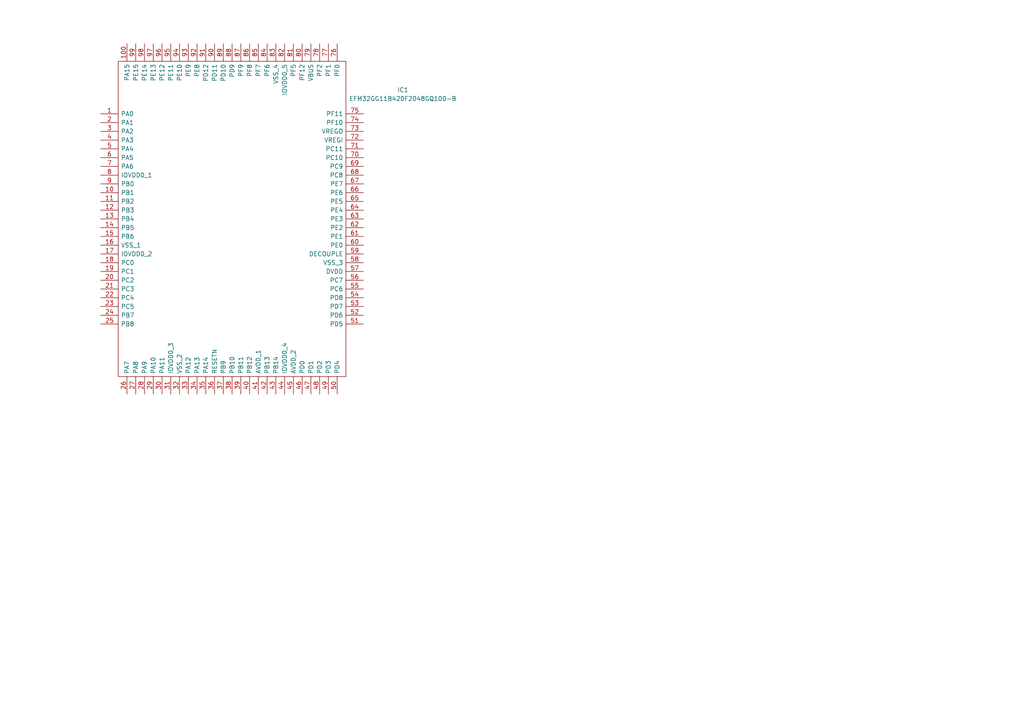
<source format=kicad_sch>
(kicad_sch (version 20230121) (generator eeschema)
  (paper "A4")
  (lib_symbols
    (symbol "EFM32:EFM32GG11B420F2048GQ100-B" (pin_names (offset 0.762))
      (property "Reference" "IC" (at 73.66 -66.04 0))
      (property "Value" "EFM32GG11B420F2048GQ100-B" (at 73.66 -68.58 0))
      (symbol "EFM32GG11B420F2048GQ100-B_0_0"
        (pin passive line (at 0 0 0) (length 5.08) (name "PA0") (number "1"))
        (pin passive line (at 0 -22.86 0) (length 5.08) (name "PB1") (number "10"))
        (pin passive line (at 7.62 20.32 270) (length 5.08) (name "PA15") (number "100"))
        (pin passive line (at 0 -25.4 0) (length 5.08) (name "PB2") (number "11"))
        (pin passive line (at 0 -27.94 0) (length 5.08) (name "PB3") (number "12"))
        (pin passive line (at 0 -30.48 0) (length 5.08) (name "PB4") (number "13"))
        (pin passive line (at 0 -33.02 0) (length 5.08) (name "PB5") (number "14"))
        (pin passive line (at 0 -35.56 0) (length 5.08) (name "PB6") (number "15"))
        (pin passive line (at 0 -38.1 0) (length 5.08) (name "VSS_1") (number "16"))
        (pin passive line (at 0 -40.64 0) (length 5.08) (name "IOVDD0_2") (number "17"))
        (pin passive line (at 0 -43.18 0) (length 5.08) (name "PC0") (number "18"))
        (pin passive line (at 0 -45.72 0) (length 5.08) (name "PC1") (number "19"))
        (pin passive line (at 0 -2.54 0) (length 5.08) (name "PA1") (number "2"))
        (pin passive line (at 0 -48.26 0) (length 5.08) (name "PC2") (number "20"))
        (pin passive line (at 0 -50.8 0) (length 5.08) (name "PC3") (number "21"))
        (pin passive line (at 0 -53.34 0) (length 5.08) (name "PC4") (number "22"))
        (pin passive line (at 0 -55.88 0) (length 5.08) (name "PC5") (number "23"))
        (pin passive line (at 0 -58.42 0) (length 5.08) (name "PB7") (number "24"))
        (pin passive line (at 0 -60.96 0) (length 5.08) (name "PB8") (number "25"))
        (pin passive line (at 7.62 -81.28 90) (length 5.08) (name "PA7") (number "26"))
        (pin passive line (at 10.16 -81.28 90) (length 5.08) (name "PA8") (number "27"))
        (pin passive line (at 12.7 -81.28 90) (length 5.08) (name "PA9") (number "28"))
        (pin passive line (at 15.24 -81.28 90) (length 5.08) (name "PA10") (number "29"))
        (pin passive line (at 0 -5.08 0) (length 5.08) (name "PA2") (number "3"))
        (pin passive line (at 17.78 -81.28 90) (length 5.08) (name "PA11") (number "30"))
        (pin passive line (at 20.32 -81.28 90) (length 5.08) (name "IOVDD0_3") (number "31"))
        (pin passive line (at 22.86 -81.28 90) (length 5.08) (name "VSS_2") (number "32"))
        (pin passive line (at 25.4 -81.28 90) (length 5.08) (name "PA12") (number "33"))
        (pin passive line (at 27.94 -81.28 90) (length 5.08) (name "PA13") (number "34"))
        (pin passive line (at 30.48 -81.28 90) (length 5.08) (name "PA14") (number "35"))
        (pin passive line (at 33.02 -81.28 90) (length 5.08) (name "RESETN") (number "36"))
        (pin passive line (at 35.56 -81.28 90) (length 5.08) (name "PB9") (number "37"))
        (pin passive line (at 38.1 -81.28 90) (length 5.08) (name "PB10") (number "38"))
        (pin passive line (at 40.64 -81.28 90) (length 5.08) (name "PB11") (number "39"))
        (pin passive line (at 0 -7.62 0) (length 5.08) (name "PA3") (number "4"))
        (pin passive line (at 43.18 -81.28 90) (length 5.08) (name "PB12") (number "40"))
        (pin passive line (at 45.72 -81.28 90) (length 5.08) (name "AVDD_1") (number "41"))
        (pin passive line (at 48.26 -81.28 90) (length 5.08) (name "PB13") (number "42"))
        (pin passive line (at 50.8 -81.28 90) (length 5.08) (name "PB14") (number "43"))
        (pin passive line (at 53.34 -81.28 90) (length 5.08) (name "IOVDD0_4") (number "44"))
        (pin passive line (at 55.88 -81.28 90) (length 5.08) (name "AVDD_2") (number "45"))
        (pin passive line (at 58.42 -81.28 90) (length 5.08) (name "PD0") (number "46"))
        (pin passive line (at 60.96 -81.28 90) (length 5.08) (name "PD1") (number "47"))
        (pin passive line (at 63.5 -81.28 90) (length 5.08) (name "PD2") (number "48"))
        (pin passive line (at 66.04 -81.28 90) (length 5.08) (name "PD3") (number "49"))
        (pin passive line (at 0 -10.16 0) (length 5.08) (name "PA4") (number "5"))
        (pin passive line (at 68.58 -81.28 90) (length 5.08) (name "PD4") (number "50"))
        (pin passive line (at 76.2 -60.96 180) (length 5.08) (name "PD5") (number "51"))
        (pin passive line (at 76.2 -58.42 180) (length 5.08) (name "PD6") (number "52"))
        (pin passive line (at 76.2 -55.88 180) (length 5.08) (name "PD7") (number "53"))
        (pin passive line (at 76.2 -53.34 180) (length 5.08) (name "PD8") (number "54"))
        (pin passive line (at 76.2 -50.8 180) (length 5.08) (name "PC6") (number "55"))
        (pin passive line (at 76.2 -48.26 180) (length 5.08) (name "PC7") (number "56"))
        (pin passive line (at 76.2 -45.72 180) (length 5.08) (name "DVDD") (number "57"))
        (pin passive line (at 76.2 -43.18 180) (length 5.08) (name "VSS_3") (number "58"))
        (pin passive line (at 76.2 -40.64 180) (length 5.08) (name "DECOUPLE") (number "59"))
        (pin passive line (at 0 -12.7 0) (length 5.08) (name "PA5") (number "6"))
        (pin passive line (at 76.2 -38.1 180) (length 5.08) (name "PE0") (number "60"))
        (pin passive line (at 76.2 -35.56 180) (length 5.08) (name "PE1") (number "61"))
        (pin passive line (at 76.2 -33.02 180) (length 5.08) (name "PE2") (number "62"))
        (pin passive line (at 76.2 -30.48 180) (length 5.08) (name "PE3") (number "63"))
        (pin passive line (at 76.2 -27.94 180) (length 5.08) (name "PE4") (number "64"))
        (pin passive line (at 76.2 -25.4 180) (length 5.08) (name "PE5") (number "65"))
        (pin passive line (at 76.2 -22.86 180) (length 5.08) (name "PE6") (number "66"))
        (pin passive line (at 76.2 -20.32 180) (length 5.08) (name "PE7") (number "67"))
        (pin passive line (at 76.2 -17.78 180) (length 5.08) (name "PC8") (number "68"))
        (pin passive line (at 76.2 -15.24 180) (length 5.08) (name "PC9") (number "69"))
        (pin passive line (at 0 -15.24 0) (length 5.08) (name "PA6") (number "7"))
        (pin passive line (at 76.2 -12.7 180) (length 5.08) (name "PC10") (number "70"))
        (pin passive line (at 76.2 -10.16 180) (length 5.08) (name "PC11") (number "71"))
        (pin passive line (at 76.2 -7.62 180) (length 5.08) (name "VREGI") (number "72"))
        (pin passive line (at 76.2 -5.08 180) (length 5.08) (name "VREGO") (number "73"))
        (pin passive line (at 76.2 -2.54 180) (length 5.08) (name "PF10") (number "74"))
        (pin passive line (at 76.2 0 180) (length 5.08) (name "PF11") (number "75"))
        (pin passive line (at 68.58 20.32 270) (length 5.08) (name "PF0") (number "76"))
        (pin passive line (at 66.04 20.32 270) (length 5.08) (name "PF1") (number "77"))
        (pin passive line (at 63.5 20.32 270) (length 5.08) (name "PF2") (number "78"))
        (pin passive line (at 60.96 20.32 270) (length 5.08) (name "VBUS") (number "79"))
        (pin passive line (at 0 -17.78 0) (length 5.08) (name "IOVDD0_1") (number "8"))
        (pin passive line (at 58.42 20.32 270) (length 5.08) (name "PF12") (number "80"))
        (pin passive line (at 55.88 20.32 270) (length 5.08) (name "PF5") (number "81"))
        (pin passive line (at 53.34 20.32 270) (length 5.08) (name "IOVDD0_5") (number "82"))
        (pin passive line (at 50.8 20.32 270) (length 5.08) (name "VSS_4") (number "83"))
        (pin passive line (at 48.26 20.32 270) (length 5.08) (name "PF6") (number "84"))
        (pin passive line (at 45.72 20.32 270) (length 5.08) (name "PF7") (number "85"))
        (pin passive line (at 43.18 20.32 270) (length 5.08) (name "PF8") (number "86"))
        (pin passive line (at 40.64 20.32 270) (length 5.08) (name "PF9") (number "87"))
        (pin passive line (at 38.1 20.32 270) (length 5.08) (name "PD9") (number "88"))
        (pin passive line (at 35.56 20.32 270) (length 5.08) (name "PD10") (number "89"))
        (pin passive line (at 0 -20.32 0) (length 5.08) (name "PB0") (number "9"))
        (pin passive line (at 33.02 20.32 270) (length 5.08) (name "PD11") (number "90"))
        (pin passive line (at 30.48 20.32 270) (length 5.08) (name "PD12") (number "91"))
        (pin passive line (at 27.94 20.32 270) (length 5.08) (name "PE8") (number "92"))
        (pin passive line (at 25.4 20.32 270) (length 5.08) (name "PE9") (number "93"))
        (pin passive line (at 22.86 20.32 270) (length 5.08) (name "PE10") (number "94"))
        (pin passive line (at 20.32 20.32 270) (length 5.08) (name "PE11") (number "95"))
        (pin passive line (at 17.78 20.32 270) (length 5.08) (name "PE12") (number "96"))
        (pin passive line (at 15.24 20.32 270) (length 5.08) (name "PE13") (number "97"))
        (pin passive line (at 12.7 20.32 270) (length 5.08) (name "PE14") (number "98"))
        (pin passive line (at 10.16 20.32 270) (length 5.08) (name "PE15") (number "99"))
      )
      (symbol "EFM32GG11B420F2048GQ100-B_0_1"
        (polyline (pts (xy 5.08 15.24) (xy 71.12 15.24) (xy 71.12 -76.2) (xy 5.08 -76.2) (xy 5.08 15.24)) (stroke (width 0.1524)))
      )
    )
  )
  (symbol (lib_id "EFM32:EFM32GG11B420F2048GQ100-B") (at 29.21 33.02 0) (unit 1)
    (property "Reference" "IC1" (at 116.84 26.0919 0))
    (property "Value" "EFM32GG11B420F2048GQ100-B" (at 116.84 28.6319 0))
    (property "Footprint" "Package_QFP:TQFP-144_16x16mm_P0.4mm" (effects hide))
    (property "Datasheet" "https://www.arrow.com/en/products/efm32gg11b420f2048gq100-b/silicon-labs" (effects hide))
    (property "Description" "ARM Microcontrollers - MCU ARM Cortex-M4 32-bit 72 MHz 2048 kB USB LCD MCU" (effects hide))
    (property "Height" "1.2" (effects hide))
    (property "Manufacturer_Name" "Silicon Labs" (effects hide))
    (property "Manufacturer_Part_Number" "EFM32GG11B420F2048GQ100-B" (effects hide))
    (property "Mouser Part Number" "634-B420F2048GQ100-B" (effects hide))
    (property "Mouser Price/Stock" "https://www.mouser.co.uk/ProductDetail/Silicon-Labs/EFM32GG11B420F2048GQ100-B?qs=gTYE2QTfZfToqpQ%2FgAzKIw%3D%3D" (effects hide))
    (property "Arrow Part Number" "EFM32GG11B420F2048GQ100-B" (effects hide))
    (property "Arrow Price/Stock" "https://www.arrow.com/en/products/efm32gg11b420f2048gq100-b/silicon-labs" (effects hide))
  )
)
</source>
